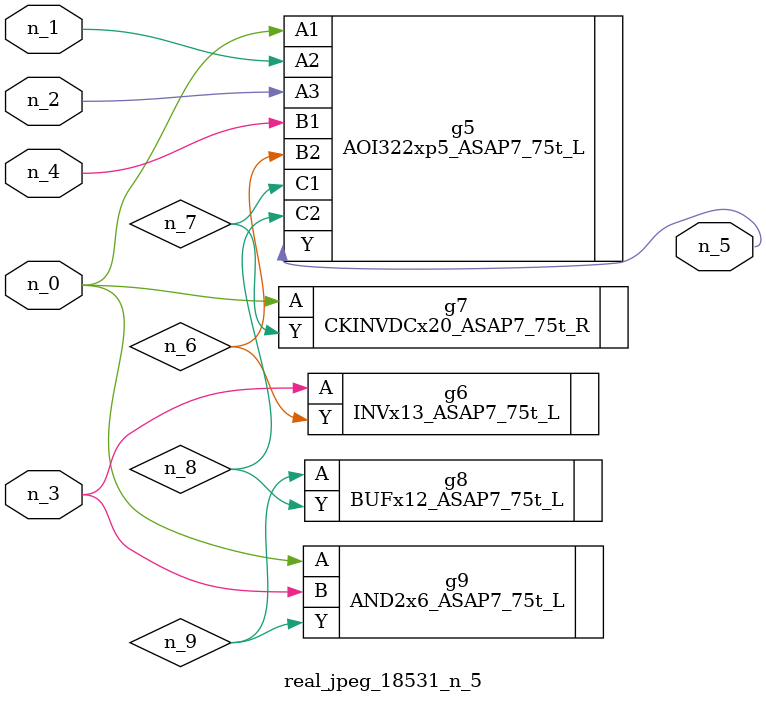
<source format=v>
module real_jpeg_18531_n_5 (n_4, n_0, n_1, n_2, n_3, n_5);

input n_4;
input n_0;
input n_1;
input n_2;
input n_3;

output n_5;

wire n_8;
wire n_6;
wire n_7;
wire n_9;

AOI322xp5_ASAP7_75t_L g5 ( 
.A1(n_0),
.A2(n_1),
.A3(n_2),
.B1(n_4),
.B2(n_6),
.C1(n_7),
.C2(n_8),
.Y(n_5)
);

CKINVDCx20_ASAP7_75t_R g7 ( 
.A(n_0),
.Y(n_7)
);

AND2x6_ASAP7_75t_L g9 ( 
.A(n_0),
.B(n_3),
.Y(n_9)
);

INVx13_ASAP7_75t_L g6 ( 
.A(n_3),
.Y(n_6)
);

BUFx12_ASAP7_75t_L g8 ( 
.A(n_9),
.Y(n_8)
);


endmodule
</source>
